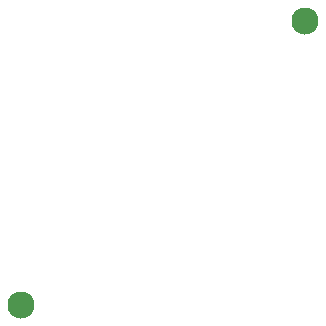
<source format=gbr>
G04 #@! TF.GenerationSoftware,KiCad,Pcbnew,(5.1.6)-1*
G04 #@! TF.CreationDate,2020-09-05T20:30:55+02:00*
G04 #@! TF.ProjectId,netmeter_panel_uplink,6e65746d-6574-4657-925f-70616e656c5f,rev?*
G04 #@! TF.SameCoordinates,Original*
G04 #@! TF.FileFunction,Soldermask,Top*
G04 #@! TF.FilePolarity,Negative*
%FSLAX46Y46*%
G04 Gerber Fmt 4.6, Leading zero omitted, Abs format (unit mm)*
G04 Created by KiCad (PCBNEW (5.1.6)-1) date 2020-09-05 20:30:55*
%MOMM*%
%LPD*%
G01*
G04 APERTURE LIST*
%ADD10C,2.300000*%
G04 APERTURE END LIST*
D10*
X138000000Y-134000000D03*
X162000000Y-110000000D03*
M02*

</source>
